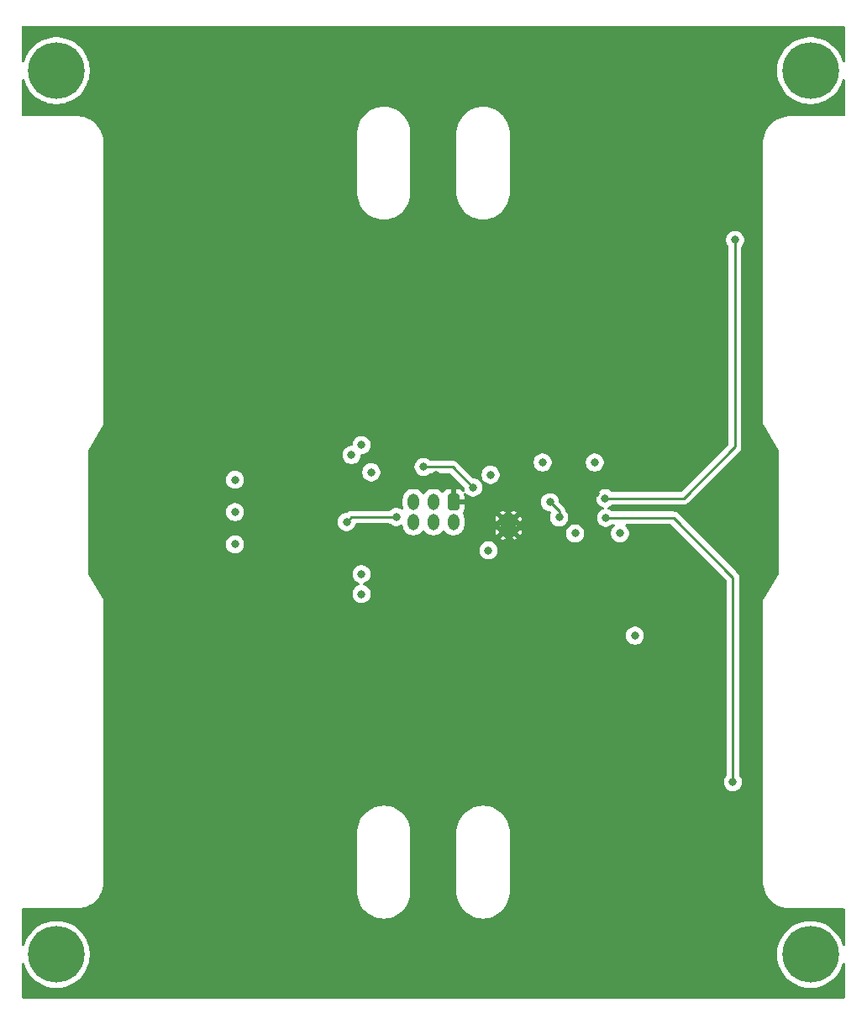
<source format=gbr>
%TF.GenerationSoftware,KiCad,Pcbnew,9.0.3*%
%TF.CreationDate,2025-07-30T14:55:58-07:00*%
%TF.ProjectId,xy_faces_v2a,78795f66-6163-4657-935f-7632612e6b69,3.0*%
%TF.SameCoordinates,Original*%
%TF.FileFunction,Copper,L4,Bot*%
%TF.FilePolarity,Positive*%
%FSLAX46Y46*%
G04 Gerber Fmt 4.6, Leading zero omitted, Abs format (unit mm)*
G04 Created by KiCad (PCBNEW 9.0.3) date 2025-07-30 14:55:58*
%MOMM*%
%LPD*%
G01*
G04 APERTURE LIST*
G04 Aperture macros list*
%AMRoundRect*
0 Rectangle with rounded corners*
0 $1 Rounding radius*
0 $2 $3 $4 $5 $6 $7 $8 $9 X,Y pos of 4 corners*
0 Add a 4 corners polygon primitive as box body*
4,1,4,$2,$3,$4,$5,$6,$7,$8,$9,$2,$3,0*
0 Add four circle primitives for the rounded corners*
1,1,$1+$1,$2,$3*
1,1,$1+$1,$4,$5*
1,1,$1+$1,$6,$7*
1,1,$1+$1,$8,$9*
0 Add four rect primitives between the rounded corners*
20,1,$1+$1,$2,$3,$4,$5,0*
20,1,$1+$1,$4,$5,$6,$7,0*
20,1,$1+$1,$6,$7,$8,$9,0*
20,1,$1+$1,$8,$9,$2,$3,0*%
G04 Aperture macros list end*
%TA.AperFunction,ComponentPad*%
%ADD10C,5.700000*%
%TD*%
%TA.AperFunction,HeatsinkPad*%
%ADD11C,0.500000*%
%TD*%
%TA.AperFunction,HeatsinkPad*%
%ADD12R,1.600000X1.800000*%
%TD*%
%TA.AperFunction,ComponentPad*%
%ADD13RoundRect,0.250000X0.350000X0.575000X-0.350000X0.575000X-0.350000X-0.575000X0.350000X-0.575000X0*%
%TD*%
%TA.AperFunction,ComponentPad*%
%ADD14O,1.200000X1.650000*%
%TD*%
%TA.AperFunction,ViaPad*%
%ADD15C,0.800000*%
%TD*%
%TA.AperFunction,Conductor*%
%ADD16C,0.500000*%
%TD*%
%TA.AperFunction,Conductor*%
%ADD17C,0.250000*%
%TD*%
G04 APERTURE END LIST*
D10*
%TO.P,J2,1,Pin_1*%
%TO.N,unconnected-(J2-Pin_1-Pad1)*%
X106500000Y-70300000D03*
%TD*%
%TO.P,J3,1,Pin_1*%
%TO.N,unconnected-(J3-Pin_1-Pad1)*%
X106500000Y-159300000D03*
%TD*%
%TO.P,J4,1,Pin_1*%
%TO.N,unconnected-(J4-Pin_1-Pad1)*%
X182500000Y-70300000D03*
%TD*%
%TO.P,J5,1,Pin_1*%
%TO.N,unconnected-(J5-Pin_1-Pad1)*%
X182500000Y-159300000D03*
%TD*%
D11*
%TO.P,U2,9,EP/GND*%
%TO.N,GND*%
X152600000Y-116750000D03*
X152600000Y-115450000D03*
D12*
X152050000Y-116100000D03*
D11*
X151500000Y-116750000D03*
X151500000Y-115450000D03*
%TD*%
D13*
%TO.P,CN1,1,Pin_1*%
%TO.N,GND*%
X146500001Y-113750001D03*
D14*
%TO.P,CN1,2,Pin_2*%
%TO.N,Net-(CN1-Pin_2)*%
X146500001Y-115750002D03*
%TO.P,CN1,3,Pin_3*%
%TO.N,VSOLAR*%
X144500000Y-113750001D03*
%TO.P,CN1,4,Pin_4*%
%TO.N,+3V3*%
X144500001Y-115750001D03*
%TO.P,CN1,5,Pin_5*%
%TO.N,VSOLAR*%
X142500001Y-113750001D03*
%TO.P,CN1,6,Pin_6*%
%TO.N,Net-(CN1-Pin_6)*%
X142500000Y-115750001D03*
%TD*%
D15*
%TO.N,GND*%
X153250000Y-111750000D03*
X169300000Y-159860000D03*
X160825000Y-112900000D03*
X157100000Y-110000000D03*
X152300000Y-117700000D03*
X144520000Y-159900000D03*
X119500000Y-159800000D03*
X167920000Y-159860000D03*
X144750000Y-111000000D03*
X142900000Y-159900000D03*
X154700000Y-120000000D03*
X166300000Y-159860000D03*
X145900000Y-159900000D03*
X135015253Y-113208948D03*
X121120000Y-159800000D03*
X124150000Y-116450000D03*
X122500000Y-159800000D03*
X160750000Y-114500000D03*
%TO.N,+3V3*%
X150250000Y-111000000D03*
X150050000Y-118605000D03*
X163300000Y-116900000D03*
X138227388Y-110744462D03*
X135750000Y-115750000D03*
X140750000Y-115250000D03*
X160750000Y-109750000D03*
X158775000Y-116900000D03*
X155500000Y-109750000D03*
%TO.N,VSOLAR*%
X124500000Y-114750000D03*
X124500000Y-111500000D03*
X124500000Y-118000000D03*
%TO.N,SDA*%
X157165885Y-115284647D03*
X156250000Y-113750000D03*
%TO.N,SCL*%
X148508348Y-112272245D03*
X143496487Y-110201487D03*
%TO.N,Net-(SC3--)*%
X137250000Y-123000000D03*
X136250000Y-109000000D03*
X137250000Y-108000000D03*
X137250000Y-121000000D03*
%TO.N,Net-(U3-OUT+)*%
X161890000Y-115330000D03*
X174680000Y-141950000D03*
X161820000Y-113350000D03*
X164800000Y-127190000D03*
X174900000Y-87350000D03*
%TD*%
D16*
%TO.N,GND*%
X134974201Y-113250000D02*
X135015253Y-113208948D01*
X146200000Y-119975000D02*
X151250000Y-119975000D01*
X151225000Y-119950000D02*
X151250000Y-119975000D01*
X134425000Y-116561338D02*
X134425000Y-114175000D01*
X137838662Y-119975000D02*
X134425000Y-116561338D01*
X154700000Y-119975000D02*
X154700000Y-120000000D01*
X146225000Y-119950000D02*
X146200000Y-119975000D01*
X134425000Y-114175000D02*
X134425000Y-113250000D01*
X134425000Y-113250000D02*
X134974201Y-113250000D01*
X154700000Y-119975000D02*
X151250000Y-119975000D01*
X146200000Y-119975000D02*
X137838662Y-119975000D01*
D17*
%TO.N,+3V3*%
X135750000Y-115750000D02*
X136250000Y-115250000D01*
X136250000Y-115250000D02*
X140750000Y-115250000D01*
%TO.N,SDA*%
X157165885Y-114665885D02*
X156250000Y-113750000D01*
X157165885Y-115284647D02*
X157165885Y-114665885D01*
%TO.N,SCL*%
X146437590Y-110201487D02*
X148508348Y-112272245D01*
X143496487Y-110201487D02*
X146437590Y-110201487D01*
%TO.N,Net-(U3-OUT+)*%
X161820000Y-113350000D02*
X169720000Y-113350000D01*
X169720000Y-113350000D02*
X174900000Y-108170000D01*
X174900000Y-108170000D02*
X174900000Y-87350000D01*
X174680000Y-121310000D02*
X174680000Y-141950000D01*
X168700000Y-115330000D02*
X174680000Y-121310000D01*
X161890000Y-115330000D02*
X168700000Y-115330000D01*
%TD*%
%TA.AperFunction,Conductor*%
%TO.N,GND*%
G36*
X185916621Y-65795502D02*
G01*
X185963114Y-65849158D01*
X185974500Y-65901500D01*
X185974500Y-69334791D01*
X185954498Y-69402912D01*
X185900842Y-69449405D01*
X185830568Y-69459509D01*
X185765988Y-69430015D01*
X185727926Y-69371367D01*
X185665996Y-69167213D01*
X185665989Y-69167192D01*
X185665989Y-69167191D01*
X185539709Y-68862325D01*
X185384155Y-68571304D01*
X185200825Y-68296931D01*
X185200824Y-68296929D01*
X184991498Y-68041864D01*
X184991472Y-68041835D01*
X184758164Y-67808527D01*
X184758135Y-67808501D01*
X184503070Y-67599175D01*
X184228698Y-67415846D01*
X183937675Y-67260291D01*
X183632807Y-67134010D01*
X183632804Y-67134009D01*
X183423791Y-67070606D01*
X183317033Y-67038221D01*
X183317030Y-67038220D01*
X183317019Y-67038217D01*
X183072371Y-66989555D01*
X182993389Y-66973845D01*
X182993385Y-66973844D01*
X182993384Y-66973844D01*
X182664999Y-66941500D01*
X182664993Y-66941500D01*
X182335007Y-66941500D01*
X182335000Y-66941500D01*
X182006616Y-66973844D01*
X181682980Y-67038217D01*
X181367195Y-67134009D01*
X181367192Y-67134010D01*
X181062324Y-67260291D01*
X180771301Y-67415846D01*
X180496929Y-67599175D01*
X180241864Y-67808501D01*
X180241835Y-67808527D01*
X180008527Y-68041835D01*
X180008501Y-68041864D01*
X179799175Y-68296929D01*
X179615846Y-68571301D01*
X179460291Y-68862324D01*
X179334010Y-69167192D01*
X179334009Y-69167195D01*
X179238217Y-69482980D01*
X179173844Y-69806616D01*
X179141500Y-70135000D01*
X179141500Y-70464999D01*
X179173844Y-70793383D01*
X179238217Y-71117019D01*
X179334009Y-71432804D01*
X179334010Y-71432807D01*
X179460291Y-71737675D01*
X179615846Y-72028698D01*
X179799175Y-72303070D01*
X180008501Y-72558135D01*
X180008527Y-72558164D01*
X180241835Y-72791472D01*
X180241844Y-72791480D01*
X180241849Y-72791485D01*
X180241854Y-72791489D01*
X180241864Y-72791498D01*
X180496929Y-73000824D01*
X180771301Y-73184153D01*
X180771304Y-73184155D01*
X181062325Y-73339709D01*
X181367191Y-73465989D01*
X181682967Y-73561779D01*
X181682976Y-73561780D01*
X181682980Y-73561782D01*
X181766358Y-73578366D01*
X182006611Y-73626155D01*
X182335007Y-73658500D01*
X182335016Y-73658500D01*
X182664984Y-73658500D01*
X182664993Y-73658500D01*
X182993389Y-73626155D01*
X183267565Y-73571618D01*
X183317019Y-73561782D01*
X183317021Y-73561781D01*
X183317033Y-73561779D01*
X183632809Y-73465989D01*
X183937675Y-73339709D01*
X184228696Y-73184155D01*
X184503069Y-73000825D01*
X184758151Y-72791485D01*
X184991485Y-72558151D01*
X185200825Y-72303069D01*
X185384155Y-72028696D01*
X185539709Y-71737675D01*
X185665989Y-71432809D01*
X185727926Y-71228630D01*
X185766841Y-71169251D01*
X185831682Y-71140335D01*
X185901863Y-71151066D01*
X185955102Y-71198036D01*
X185974500Y-71265208D01*
X185974500Y-74773500D01*
X185954498Y-74841621D01*
X185900842Y-74888114D01*
X185848500Y-74899500D01*
X180413112Y-74899500D01*
X180412427Y-74899498D01*
X180400600Y-74899433D01*
X180269453Y-74898720D01*
X180269452Y-74898720D01*
X180269447Y-74898720D01*
X180076259Y-74919477D01*
X179969787Y-74930918D01*
X179969783Y-74930918D01*
X179969781Y-74930919D01*
X179969775Y-74930920D01*
X179675661Y-74996622D01*
X179675645Y-74996626D01*
X179390770Y-75095007D01*
X179390758Y-75095012D01*
X179118766Y-75224817D01*
X178863092Y-75384407D01*
X178626999Y-75571746D01*
X178413483Y-75784456D01*
X178225255Y-76019835D01*
X178064696Y-76274911D01*
X177933861Y-76546415D01*
X177933859Y-76546422D01*
X177834402Y-76830918D01*
X177834397Y-76830932D01*
X177767583Y-77124802D01*
X177767582Y-77124809D01*
X177734250Y-77424355D01*
X177734475Y-77559392D01*
X177734500Y-77574446D01*
X177734500Y-105946971D01*
X177732735Y-105954293D01*
X177734500Y-105957179D01*
X177734500Y-105960564D01*
X177735738Y-105963554D01*
X177747635Y-105978659D01*
X178428181Y-107091500D01*
X179305993Y-108526915D01*
X179324500Y-108592650D01*
X179324500Y-120957348D01*
X179305993Y-121023084D01*
X177747632Y-123571344D01*
X177739823Y-123584113D01*
X177734500Y-123589438D01*
X177734500Y-123592819D01*
X177732734Y-123595707D01*
X177732230Y-123598906D01*
X177734500Y-123618003D01*
X177734500Y-151952482D01*
X177734225Y-152125650D01*
X177734225Y-152125652D01*
X177767574Y-152425179D01*
X177767575Y-152425187D01*
X177833273Y-152714067D01*
X177834410Y-152719067D01*
X177932134Y-152998571D01*
X177933886Y-153003580D01*
X178064724Y-153275068D01*
X178225285Y-153530133D01*
X178413508Y-153765503D01*
X178413514Y-153765510D01*
X178413515Y-153765511D01*
X178627031Y-153978221D01*
X178863120Y-154165562D01*
X179118786Y-154325154D01*
X179390783Y-154454971D01*
X179675656Y-154553366D01*
X179969791Y-154619090D01*
X180269452Y-154651307D01*
X180419585Y-154650502D01*
X180420261Y-154650500D01*
X185848500Y-154650500D01*
X185916621Y-154670502D01*
X185963114Y-154724158D01*
X185974500Y-154776500D01*
X185974500Y-158334791D01*
X185954498Y-158402912D01*
X185900842Y-158449405D01*
X185830568Y-158459509D01*
X185765988Y-158430015D01*
X185727926Y-158371367D01*
X185665996Y-158167213D01*
X185665989Y-158167192D01*
X185665989Y-158167191D01*
X185539709Y-157862325D01*
X185384155Y-157571304D01*
X185200825Y-157296931D01*
X185200824Y-157296929D01*
X184991498Y-157041864D01*
X184991472Y-157041835D01*
X184758164Y-156808527D01*
X184758135Y-156808501D01*
X184503070Y-156599175D01*
X184228698Y-156415846D01*
X183937675Y-156260291D01*
X183632807Y-156134010D01*
X183632804Y-156134009D01*
X183423791Y-156070606D01*
X183317033Y-156038221D01*
X183317030Y-156038220D01*
X183317019Y-156038217D01*
X183072371Y-155989555D01*
X182993389Y-155973845D01*
X182993385Y-155973844D01*
X182993384Y-155973844D01*
X182664999Y-155941500D01*
X182664993Y-155941500D01*
X182335007Y-155941500D01*
X182335000Y-155941500D01*
X182006616Y-155973844D01*
X181682980Y-156038217D01*
X181367195Y-156134009D01*
X181367192Y-156134010D01*
X181062324Y-156260291D01*
X180771301Y-156415846D01*
X180496929Y-156599175D01*
X180241864Y-156808501D01*
X180241835Y-156808527D01*
X180008527Y-157041835D01*
X180008501Y-157041864D01*
X179799175Y-157296929D01*
X179615846Y-157571301D01*
X179460291Y-157862324D01*
X179334010Y-158167192D01*
X179334009Y-158167195D01*
X179238217Y-158482980D01*
X179173844Y-158806616D01*
X179141500Y-159135000D01*
X179141500Y-159464999D01*
X179173844Y-159793383D01*
X179238217Y-160117019D01*
X179334009Y-160432804D01*
X179334010Y-160432807D01*
X179460291Y-160737675D01*
X179615846Y-161028698D01*
X179799175Y-161303070D01*
X180008501Y-161558135D01*
X180008527Y-161558164D01*
X180241835Y-161791472D01*
X180241844Y-161791480D01*
X180241849Y-161791485D01*
X180241854Y-161791489D01*
X180241864Y-161791498D01*
X180496929Y-162000824D01*
X180771301Y-162184153D01*
X180771304Y-162184155D01*
X181062325Y-162339709D01*
X181367191Y-162465989D01*
X181682967Y-162561779D01*
X181682976Y-162561780D01*
X181682980Y-162561782D01*
X181766358Y-162578366D01*
X182006611Y-162626155D01*
X182335007Y-162658500D01*
X182335016Y-162658500D01*
X182664984Y-162658500D01*
X182664993Y-162658500D01*
X182993389Y-162626155D01*
X183267565Y-162571618D01*
X183317019Y-162561782D01*
X183317021Y-162561781D01*
X183317033Y-162561779D01*
X183632809Y-162465989D01*
X183937675Y-162339709D01*
X184228696Y-162184155D01*
X184503069Y-162000825D01*
X184758151Y-161791485D01*
X184991485Y-161558151D01*
X185200825Y-161303069D01*
X185384155Y-161028696D01*
X185539709Y-160737675D01*
X185665989Y-160432809D01*
X185727926Y-160228630D01*
X185766841Y-160169251D01*
X185831682Y-160140335D01*
X185901863Y-160151066D01*
X185955102Y-160198036D01*
X185974500Y-160265208D01*
X185974500Y-163598500D01*
X185954498Y-163666621D01*
X185900842Y-163713114D01*
X185848500Y-163724500D01*
X103151500Y-163724500D01*
X103083379Y-163704498D01*
X103036886Y-163650842D01*
X103025500Y-163598500D01*
X103025500Y-160265208D01*
X103045502Y-160197087D01*
X103099158Y-160150594D01*
X103169432Y-160140490D01*
X103234012Y-160169984D01*
X103272073Y-160228630D01*
X103283170Y-160265208D01*
X103334009Y-160432804D01*
X103334010Y-160432807D01*
X103460291Y-160737675D01*
X103615846Y-161028698D01*
X103799175Y-161303070D01*
X104008501Y-161558135D01*
X104008527Y-161558164D01*
X104241835Y-161791472D01*
X104241844Y-161791480D01*
X104241849Y-161791485D01*
X104241854Y-161791489D01*
X104241864Y-161791498D01*
X104496929Y-162000824D01*
X104771301Y-162184153D01*
X104771304Y-162184155D01*
X105062325Y-162339709D01*
X105367191Y-162465989D01*
X105682967Y-162561779D01*
X105682976Y-162561780D01*
X105682980Y-162561782D01*
X105766358Y-162578366D01*
X106006611Y-162626155D01*
X106335007Y-162658500D01*
X106335016Y-162658500D01*
X106664984Y-162658500D01*
X106664993Y-162658500D01*
X106993389Y-162626155D01*
X107267565Y-162571618D01*
X107317019Y-162561782D01*
X107317021Y-162561781D01*
X107317033Y-162561779D01*
X107632809Y-162465989D01*
X107937675Y-162339709D01*
X108228696Y-162184155D01*
X108503069Y-162000825D01*
X108758151Y-161791485D01*
X108991485Y-161558151D01*
X109200825Y-161303069D01*
X109384155Y-161028696D01*
X109539709Y-160737675D01*
X109665989Y-160432809D01*
X109761779Y-160117033D01*
X109826155Y-159793389D01*
X109858500Y-159464993D01*
X109858500Y-159135007D01*
X109826155Y-158806611D01*
X109761779Y-158482967D01*
X109665989Y-158167191D01*
X109539709Y-157862325D01*
X109384155Y-157571304D01*
X109200825Y-157296931D01*
X109200824Y-157296929D01*
X108991498Y-157041864D01*
X108991472Y-157041835D01*
X108758164Y-156808527D01*
X108758135Y-156808501D01*
X108503070Y-156599175D01*
X108228698Y-156415846D01*
X107937675Y-156260291D01*
X107632807Y-156134010D01*
X107632804Y-156134009D01*
X107423791Y-156070606D01*
X107317033Y-156038221D01*
X107317030Y-156038220D01*
X107317019Y-156038217D01*
X107072371Y-155989555D01*
X106993389Y-155973845D01*
X106993385Y-155973844D01*
X106993384Y-155973844D01*
X106664999Y-155941500D01*
X106664993Y-155941500D01*
X106335007Y-155941500D01*
X106335000Y-155941500D01*
X106006616Y-155973844D01*
X105682980Y-156038217D01*
X105367195Y-156134009D01*
X105367192Y-156134010D01*
X105062324Y-156260291D01*
X104771301Y-156415846D01*
X104496929Y-156599175D01*
X104241864Y-156808501D01*
X104241835Y-156808527D01*
X104008527Y-157041835D01*
X104008501Y-157041864D01*
X103799175Y-157296929D01*
X103615846Y-157571301D01*
X103460291Y-157862324D01*
X103334010Y-158167192D01*
X103334003Y-158167213D01*
X103272074Y-158371367D01*
X103233159Y-158430748D01*
X103168318Y-158459664D01*
X103098137Y-158448933D01*
X103044898Y-158401963D01*
X103025500Y-158334791D01*
X103025500Y-154771500D01*
X103045502Y-154703379D01*
X103099158Y-154656886D01*
X103151500Y-154645500D01*
X108579855Y-154645500D01*
X108586765Y-154645500D01*
X108587445Y-154645502D01*
X108588434Y-154645507D01*
X108730547Y-154646275D01*
X109030208Y-154614068D01*
X109226298Y-154570257D01*
X109324340Y-154548353D01*
X109324343Y-154548352D01*
X109373203Y-154531477D01*
X109609218Y-154449964D01*
X109881216Y-154320151D01*
X110136883Y-154160562D01*
X110372972Y-153973224D01*
X110586488Y-153760514D01*
X110774717Y-153525134D01*
X110935271Y-153270073D01*
X111066112Y-152998568D01*
X111165577Y-152714067D01*
X111232403Y-152420182D01*
X111265744Y-152120645D01*
X111265500Y-151970567D01*
X111265500Y-146844167D01*
X136824500Y-146844167D01*
X136824500Y-153155832D01*
X136860681Y-153465378D01*
X136860682Y-153465384D01*
X136876028Y-153530133D01*
X136930629Y-153760513D01*
X136932557Y-153768645D01*
X136932558Y-153768650D01*
X137039146Y-154061497D01*
X137039151Y-154061509D01*
X137179024Y-154340021D01*
X137350279Y-154600400D01*
X137550610Y-154839147D01*
X137777310Y-155053028D01*
X137920893Y-155159921D01*
X138027297Y-155239136D01*
X138297203Y-155394966D01*
X138583374Y-155518408D01*
X138881942Y-155607793D01*
X139188867Y-155661913D01*
X139500000Y-155680034D01*
X139811133Y-155661913D01*
X140118058Y-155607793D01*
X140416626Y-155518408D01*
X140702797Y-155394966D01*
X140972703Y-155239136D01*
X141222693Y-155053025D01*
X141449386Y-154839151D01*
X141649717Y-154600405D01*
X141820978Y-154340017D01*
X141960850Y-154061507D01*
X142067444Y-153768642D01*
X142139318Y-153465383D01*
X142175500Y-153155830D01*
X142175500Y-153000000D01*
X142175500Y-152991715D01*
X142175500Y-146989438D01*
X142175500Y-146844170D01*
X142175500Y-146844167D01*
X146824500Y-146844167D01*
X146824500Y-153155832D01*
X146860681Y-153465378D01*
X146860682Y-153465384D01*
X146876028Y-153530133D01*
X146930629Y-153760513D01*
X146932557Y-153768645D01*
X146932558Y-153768650D01*
X147039146Y-154061497D01*
X147039151Y-154061509D01*
X147179024Y-154340021D01*
X147350279Y-154600400D01*
X147550610Y-154839147D01*
X147777310Y-155053028D01*
X147920893Y-155159921D01*
X148027297Y-155239136D01*
X148297203Y-155394966D01*
X148583374Y-155518408D01*
X148881942Y-155607793D01*
X149188867Y-155661913D01*
X149500000Y-155680034D01*
X149811133Y-155661913D01*
X150118058Y-155607793D01*
X150416626Y-155518408D01*
X150702797Y-155394966D01*
X150972703Y-155239136D01*
X151222693Y-155053025D01*
X151449386Y-154839151D01*
X151649717Y-154600405D01*
X151820978Y-154340017D01*
X151960850Y-154061507D01*
X152067444Y-153768642D01*
X152139318Y-153465383D01*
X152175500Y-153155830D01*
X152175500Y-153000000D01*
X152175500Y-152991715D01*
X152175500Y-146989438D01*
X152175500Y-146844170D01*
X152139318Y-146534617D01*
X152067444Y-146231358D01*
X151960850Y-145938493D01*
X151820978Y-145659983D01*
X151820975Y-145659978D01*
X151649720Y-145399599D01*
X151449389Y-145160852D01*
X151222689Y-144946971D01*
X150972718Y-144760875D01*
X150972715Y-144760873D01*
X150972703Y-144760864D01*
X150702797Y-144605034D01*
X150702798Y-144605034D01*
X150702794Y-144605032D01*
X150416633Y-144481595D01*
X150416632Y-144481594D01*
X150416626Y-144481592D01*
X150118058Y-144392207D01*
X150118059Y-144392207D01*
X150023309Y-144375500D01*
X149811133Y-144338087D01*
X149811129Y-144338086D01*
X149811125Y-144338086D01*
X149500000Y-144319966D01*
X149188877Y-144338086D01*
X149188871Y-144338086D01*
X148881941Y-144392207D01*
X148754360Y-144430402D01*
X148583374Y-144481592D01*
X148583372Y-144481593D01*
X148583366Y-144481595D01*
X148297205Y-144605032D01*
X148297200Y-144605035D01*
X148027308Y-144760857D01*
X148027281Y-144760875D01*
X147777310Y-144946971D01*
X147550610Y-145160852D01*
X147350279Y-145399599D01*
X147179024Y-145659978D01*
X147039151Y-145938490D01*
X147039146Y-145938502D01*
X146932558Y-146231349D01*
X146932557Y-146231354D01*
X146860682Y-146534615D01*
X146860681Y-146534621D01*
X146824500Y-146844167D01*
X142175500Y-146844167D01*
X142139318Y-146534617D01*
X142067444Y-146231358D01*
X141960850Y-145938493D01*
X141820978Y-145659983D01*
X141820975Y-145659978D01*
X141649720Y-145399599D01*
X141449389Y-145160852D01*
X141222689Y-144946971D01*
X140972718Y-144760875D01*
X140972715Y-144760873D01*
X140972703Y-144760864D01*
X140702797Y-144605034D01*
X140702798Y-144605034D01*
X140702794Y-144605032D01*
X140416633Y-144481595D01*
X140416632Y-144481594D01*
X140416626Y-144481592D01*
X140118058Y-144392207D01*
X140118059Y-144392207D01*
X140023309Y-144375500D01*
X139811133Y-144338087D01*
X139811129Y-144338086D01*
X139811125Y-144338086D01*
X139500000Y-144319966D01*
X139188877Y-144338086D01*
X139188871Y-144338086D01*
X138881941Y-144392207D01*
X138754360Y-144430402D01*
X138583374Y-144481592D01*
X138583372Y-144481593D01*
X138583366Y-144481595D01*
X138297205Y-144605032D01*
X138297200Y-144605035D01*
X138027308Y-144760857D01*
X138027281Y-144760875D01*
X137777310Y-144946971D01*
X137550610Y-145160852D01*
X137350279Y-145399599D01*
X137179024Y-145659978D01*
X137039151Y-145938490D01*
X137039146Y-145938502D01*
X136932558Y-146231349D01*
X136932557Y-146231354D01*
X136860682Y-146534615D01*
X136860681Y-146534621D01*
X136824500Y-146844167D01*
X111265500Y-146844167D01*
X111265500Y-127100518D01*
X163891500Y-127100518D01*
X163891500Y-127100521D01*
X163891500Y-127279479D01*
X163926413Y-127455000D01*
X163994898Y-127620336D01*
X164094322Y-127769135D01*
X164220865Y-127895678D01*
X164369664Y-127995102D01*
X164535000Y-128063587D01*
X164710521Y-128098500D01*
X164710522Y-128098500D01*
X164889478Y-128098500D01*
X164889479Y-128098500D01*
X165065000Y-128063587D01*
X165230336Y-127995102D01*
X165379135Y-127895678D01*
X165505678Y-127769135D01*
X165605102Y-127620336D01*
X165673587Y-127455000D01*
X165708500Y-127279479D01*
X165708500Y-127100521D01*
X165673587Y-126925000D01*
X165605102Y-126759664D01*
X165505678Y-126610865D01*
X165379135Y-126484322D01*
X165230336Y-126384898D01*
X165113429Y-126336473D01*
X165065003Y-126316414D01*
X165065001Y-126316413D01*
X165065000Y-126316413D01*
X164976645Y-126298838D01*
X164889481Y-126281500D01*
X164889479Y-126281500D01*
X164710521Y-126281500D01*
X164710518Y-126281500D01*
X164579771Y-126307507D01*
X164535000Y-126316413D01*
X164534999Y-126316413D01*
X164534996Y-126316414D01*
X164369662Y-126384899D01*
X164220869Y-126484319D01*
X164220862Y-126484324D01*
X164094324Y-126610862D01*
X164094319Y-126610869D01*
X163994899Y-126759662D01*
X163926414Y-126924996D01*
X163891500Y-127100518D01*
X111265500Y-127100518D01*
X111265500Y-123598028D01*
X111267265Y-123590707D01*
X111265500Y-123587820D01*
X111265500Y-123584438D01*
X111265500Y-123584437D01*
X111264260Y-123581444D01*
X111252363Y-123566339D01*
X109694007Y-121018084D01*
X109689306Y-121001386D01*
X109680604Y-120987846D01*
X109675500Y-120952348D01*
X109675500Y-120910518D01*
X136341500Y-120910518D01*
X136341500Y-121089481D01*
X136348608Y-121125215D01*
X136376413Y-121265000D01*
X136444898Y-121430336D01*
X136544322Y-121579135D01*
X136670865Y-121705678D01*
X136819664Y-121805102D01*
X136985000Y-121873587D01*
X136999251Y-121876421D01*
X137062159Y-121909329D01*
X137097291Y-121971024D01*
X137093491Y-122041919D01*
X137051965Y-122099505D01*
X136999251Y-122123578D01*
X136985000Y-122126413D01*
X136984998Y-122126413D01*
X136984997Y-122126414D01*
X136819662Y-122194899D01*
X136670869Y-122294319D01*
X136670862Y-122294324D01*
X136544324Y-122420862D01*
X136544319Y-122420869D01*
X136444899Y-122569662D01*
X136376414Y-122734996D01*
X136341500Y-122910518D01*
X136341500Y-122910521D01*
X136341500Y-123089479D01*
X136376413Y-123265000D01*
X136444898Y-123430336D01*
X136544322Y-123579135D01*
X136670865Y-123705678D01*
X136819664Y-123805102D01*
X136985000Y-123873587D01*
X137160521Y-123908500D01*
X137160522Y-123908500D01*
X137339478Y-123908500D01*
X137339479Y-123908500D01*
X137515000Y-123873587D01*
X137680336Y-123805102D01*
X137829135Y-123705678D01*
X137955678Y-123579135D01*
X138055102Y-123430336D01*
X138123587Y-123265000D01*
X138158500Y-123089479D01*
X138158500Y-122910521D01*
X138123587Y-122735000D01*
X138055102Y-122569664D01*
X137955678Y-122420865D01*
X137829135Y-122294322D01*
X137680336Y-122194898D01*
X137611853Y-122166531D01*
X137515002Y-122126413D01*
X137508521Y-122125124D01*
X137500748Y-122123578D01*
X137437840Y-122090672D01*
X137402708Y-122028977D01*
X137406508Y-121958082D01*
X137448033Y-121900496D01*
X137500748Y-121876421D01*
X137515000Y-121873587D01*
X137680336Y-121805102D01*
X137829135Y-121705678D01*
X137955678Y-121579135D01*
X138055102Y-121430336D01*
X138123587Y-121265000D01*
X138158500Y-121089479D01*
X138158500Y-120910521D01*
X138123587Y-120735000D01*
X138055102Y-120569664D01*
X137955678Y-120420865D01*
X137829135Y-120294322D01*
X137680336Y-120194898D01*
X137563429Y-120146473D01*
X137515003Y-120126414D01*
X137515001Y-120126413D01*
X137515000Y-120126413D01*
X137426645Y-120108838D01*
X137339481Y-120091500D01*
X137339479Y-120091500D01*
X137160521Y-120091500D01*
X137160518Y-120091500D01*
X137029771Y-120117507D01*
X136985000Y-120126413D01*
X136984999Y-120126413D01*
X136984996Y-120126414D01*
X136819662Y-120194899D01*
X136670869Y-120294319D01*
X136670862Y-120294324D01*
X136544324Y-120420862D01*
X136544319Y-120420869D01*
X136444899Y-120569662D01*
X136376414Y-120734996D01*
X136341500Y-120910518D01*
X109675500Y-120910518D01*
X109675500Y-117910518D01*
X123591500Y-117910518D01*
X123591500Y-117910521D01*
X123591500Y-118089479D01*
X123626413Y-118265000D01*
X123694898Y-118430336D01*
X123794322Y-118579135D01*
X123920865Y-118705678D01*
X124069664Y-118805102D01*
X124235000Y-118873587D01*
X124410521Y-118908500D01*
X124410522Y-118908500D01*
X124589478Y-118908500D01*
X124589479Y-118908500D01*
X124765000Y-118873587D01*
X124930336Y-118805102D01*
X125079135Y-118705678D01*
X125205678Y-118579135D01*
X125248185Y-118515518D01*
X149141500Y-118515518D01*
X149141500Y-118694481D01*
X149143728Y-118705680D01*
X149176413Y-118870000D01*
X149244898Y-119035336D01*
X149344322Y-119184135D01*
X149470865Y-119310678D01*
X149619664Y-119410102D01*
X149785000Y-119478587D01*
X149960521Y-119513500D01*
X149960522Y-119513500D01*
X150139478Y-119513500D01*
X150139479Y-119513500D01*
X150315000Y-119478587D01*
X150480336Y-119410102D01*
X150629135Y-119310678D01*
X150755678Y-119184135D01*
X150855102Y-119035336D01*
X150923587Y-118870000D01*
X150958500Y-118694479D01*
X150958500Y-118515521D01*
X150923587Y-118340000D01*
X150855102Y-118174664D01*
X150755678Y-118025865D01*
X150629135Y-117899322D01*
X150480336Y-117799898D01*
X150323660Y-117735000D01*
X150315003Y-117731414D01*
X150315001Y-117731413D01*
X150315000Y-117731413D01*
X150226645Y-117713838D01*
X150139481Y-117696500D01*
X150139479Y-117696500D01*
X149960521Y-117696500D01*
X149960518Y-117696500D01*
X149829771Y-117722507D01*
X149785000Y-117731413D01*
X149784999Y-117731413D01*
X149784996Y-117731414D01*
X149619662Y-117799899D01*
X149470869Y-117899319D01*
X149470862Y-117899324D01*
X149344324Y-118025862D01*
X149344319Y-118025869D01*
X149244899Y-118174662D01*
X149176414Y-118339996D01*
X149141500Y-118515518D01*
X125248185Y-118515518D01*
X125305102Y-118430336D01*
X125373587Y-118265000D01*
X125408500Y-118089479D01*
X125408500Y-117910521D01*
X125373587Y-117735000D01*
X125305102Y-117569664D01*
X125214254Y-117433700D01*
X151169852Y-117433700D01*
X151278901Y-117478870D01*
X151278900Y-117478870D01*
X151425340Y-117507999D01*
X151425344Y-117508000D01*
X151574656Y-117508000D01*
X151574662Y-117507999D01*
X151721098Y-117478871D01*
X151721101Y-117478870D01*
X151830147Y-117433700D01*
X152269852Y-117433700D01*
X152378901Y-117478870D01*
X152378900Y-117478870D01*
X152525340Y-117507999D01*
X152525344Y-117508000D01*
X152674656Y-117508000D01*
X152674662Y-117507999D01*
X152821098Y-117478871D01*
X152821101Y-117478870D01*
X152930147Y-117433700D01*
X152600001Y-117103554D01*
X152600000Y-117103554D01*
X152269852Y-117433700D01*
X151830147Y-117433700D01*
X151500001Y-117103554D01*
X151500000Y-117103554D01*
X151169852Y-117433700D01*
X125214254Y-117433700D01*
X125205678Y-117420865D01*
X125079135Y-117294322D01*
X124930336Y-117194898D01*
X124813429Y-117146473D01*
X124765003Y-117126414D01*
X124765001Y-117126413D01*
X124765000Y-117126413D01*
X124676645Y-117108838D01*
X124589481Y-117091500D01*
X124589479Y-117091500D01*
X124410521Y-117091500D01*
X124410518Y-117091500D01*
X124279771Y-117117507D01*
X124235000Y-117126413D01*
X124234999Y-117126413D01*
X124234996Y-117126414D01*
X124069662Y-117194899D01*
X123920869Y-117294319D01*
X123920862Y-117294324D01*
X123794324Y-117420862D01*
X123794319Y-117420869D01*
X123694899Y-117569662D01*
X123626414Y-117734996D01*
X123591500Y-117910518D01*
X109675500Y-117910518D01*
X109675500Y-115660518D01*
X134841500Y-115660518D01*
X134841500Y-115839481D01*
X134850256Y-115883500D01*
X134871505Y-115990327D01*
X134876414Y-116015003D01*
X134893024Y-116055102D01*
X134944898Y-116180336D01*
X135044322Y-116329135D01*
X135170865Y-116455678D01*
X135319664Y-116555102D01*
X135485000Y-116623587D01*
X135660521Y-116658500D01*
X135660522Y-116658500D01*
X135839478Y-116658500D01*
X135839479Y-116658500D01*
X136015000Y-116623587D01*
X136180336Y-116555102D01*
X136329135Y-116455678D01*
X136455678Y-116329135D01*
X136555102Y-116180336D01*
X136623587Y-116015000D01*
X136629570Y-115984919D01*
X136662477Y-115922010D01*
X136724172Y-115886877D01*
X136753149Y-115883500D01*
X140046497Y-115883500D01*
X140114618Y-115903502D01*
X140135592Y-115920405D01*
X140170865Y-115955678D01*
X140319664Y-116055102D01*
X140485000Y-116123587D01*
X140660521Y-116158500D01*
X140660522Y-116158500D01*
X140839478Y-116158500D01*
X140839479Y-116158500D01*
X141015000Y-116123587D01*
X141180336Y-116055102D01*
X141206610Y-116037545D01*
X141274360Y-116016331D01*
X141342827Y-116035113D01*
X141390271Y-116087929D01*
X141401059Y-116122598D01*
X141418795Y-116234575D01*
X141418796Y-116234578D01*
X141449519Y-116329137D01*
X141472712Y-116400517D01*
X141551926Y-116555982D01*
X141654483Y-116697140D01*
X141654484Y-116697141D01*
X141654485Y-116697142D01*
X141654487Y-116697145D01*
X141777855Y-116820513D01*
X141777858Y-116820515D01*
X141777861Y-116820518D01*
X141919019Y-116923075D01*
X142074484Y-117002289D01*
X142240426Y-117056206D01*
X142412759Y-117083501D01*
X142412762Y-117083501D01*
X142587238Y-117083501D01*
X142587241Y-117083501D01*
X142759574Y-117056206D01*
X142925516Y-117002289D01*
X143080981Y-116923075D01*
X143222139Y-116820518D01*
X143345517Y-116697140D01*
X143398065Y-116624813D01*
X143454286Y-116581460D01*
X143525022Y-116575384D01*
X143587814Y-116608516D01*
X143601936Y-116624814D01*
X143654485Y-116697142D01*
X143777856Y-116820513D01*
X143777859Y-116820515D01*
X143777862Y-116820518D01*
X143919020Y-116923075D01*
X144074485Y-117002289D01*
X144240427Y-117056206D01*
X144412760Y-117083501D01*
X144412763Y-117083501D01*
X144587239Y-117083501D01*
X144587242Y-117083501D01*
X144759575Y-117056206D01*
X144925517Y-117002289D01*
X145080982Y-116923075D01*
X145222140Y-116820518D01*
X145345518Y-116697140D01*
X145398065Y-116624813D01*
X145454285Y-116581462D01*
X145525021Y-116575385D01*
X145587813Y-116608517D01*
X145601936Y-116624815D01*
X145654485Y-116697143D01*
X145777856Y-116820514D01*
X145777859Y-116820516D01*
X145777862Y-116820519D01*
X145919020Y-116923076D01*
X146074485Y-117002290D01*
X146240427Y-117056207D01*
X146412760Y-117083502D01*
X146412763Y-117083502D01*
X146587239Y-117083502D01*
X146587242Y-117083502D01*
X146759575Y-117056207D01*
X146925517Y-117002290D01*
X147080982Y-116923076D01*
X147222140Y-116820519D01*
X147345518Y-116697141D01*
X147361357Y-116675340D01*
X150742000Y-116675340D01*
X150742000Y-116824659D01*
X150771131Y-116971108D01*
X150816297Y-117080146D01*
X150816298Y-117080147D01*
X151146446Y-116749999D01*
X151126556Y-116730109D01*
X151400000Y-116730109D01*
X151400000Y-116769891D01*
X151415224Y-116806645D01*
X151443355Y-116834776D01*
X151480109Y-116850000D01*
X151519891Y-116850000D01*
X151556645Y-116834776D01*
X151584776Y-116806645D01*
X151600000Y-116769891D01*
X151600000Y-116749999D01*
X151853554Y-116749999D01*
X151853554Y-116750001D01*
X152049999Y-116946446D01*
X152050001Y-116946446D01*
X152246446Y-116750001D01*
X152246446Y-116749999D01*
X152226556Y-116730109D01*
X152500000Y-116730109D01*
X152500000Y-116769891D01*
X152515224Y-116806645D01*
X152543355Y-116834776D01*
X152580109Y-116850000D01*
X152619891Y-116850000D01*
X152656645Y-116834776D01*
X152684776Y-116806645D01*
X152700000Y-116769891D01*
X152700000Y-116749999D01*
X152953554Y-116749999D01*
X152953554Y-116750001D01*
X153283700Y-117080147D01*
X153328870Y-116971101D01*
X153328871Y-116971098D01*
X153357999Y-116824662D01*
X153358000Y-116824655D01*
X153358000Y-116810518D01*
X157866500Y-116810518D01*
X157866500Y-116989481D01*
X157879773Y-117056206D01*
X157901413Y-117165000D01*
X157969898Y-117330336D01*
X158069322Y-117479135D01*
X158195865Y-117605678D01*
X158344664Y-117705102D01*
X158510000Y-117773587D01*
X158685521Y-117808500D01*
X158685522Y-117808500D01*
X158864478Y-117808500D01*
X158864479Y-117808500D01*
X159040000Y-117773587D01*
X159205336Y-117705102D01*
X159354135Y-117605678D01*
X159480678Y-117479135D01*
X159580102Y-117330336D01*
X159648587Y-117165000D01*
X159683500Y-116989479D01*
X159683500Y-116810521D01*
X159648587Y-116635000D01*
X159580102Y-116469664D01*
X159480678Y-116320865D01*
X159354135Y-116194322D01*
X159205336Y-116094898D01*
X159065941Y-116037158D01*
X159040003Y-116026414D01*
X159040001Y-116026413D01*
X159040000Y-116026413D01*
X158933857Y-116005300D01*
X158864481Y-115991500D01*
X158864479Y-115991500D01*
X158685521Y-115991500D01*
X158685518Y-115991500D01*
X158567367Y-116015002D01*
X158510000Y-116026413D01*
X158509999Y-116026413D01*
X158509996Y-116026414D01*
X158344662Y-116094899D01*
X158195869Y-116194319D01*
X158195862Y-116194324D01*
X158069324Y-116320862D01*
X158069319Y-116320869D01*
X157969899Y-116469662D01*
X157901414Y-116634996D01*
X157866500Y-116810518D01*
X153358000Y-116810518D01*
X153358000Y-116675344D01*
X153357999Y-116675340D01*
X153328870Y-116528900D01*
X153283700Y-116419852D01*
X152953554Y-116749999D01*
X152700000Y-116749999D01*
X152700000Y-116730109D01*
X152684776Y-116693355D01*
X152656645Y-116665224D01*
X152619891Y-116650000D01*
X152580109Y-116650000D01*
X152543355Y-116665224D01*
X152515224Y-116693355D01*
X152500000Y-116730109D01*
X152226556Y-116730109D01*
X152050001Y-116553554D01*
X152049999Y-116553554D01*
X151853554Y-116749999D01*
X151600000Y-116749999D01*
X151600000Y-116730109D01*
X151584776Y-116693355D01*
X151556645Y-116665224D01*
X151519891Y-116650000D01*
X151480109Y-116650000D01*
X151443355Y-116665224D01*
X151415224Y-116693355D01*
X151400000Y-116730109D01*
X151126556Y-116730109D01*
X150816298Y-116419851D01*
X150816297Y-116419851D01*
X150771131Y-116528893D01*
X150771129Y-116528898D01*
X150742000Y-116675340D01*
X147361357Y-116675340D01*
X147448075Y-116555983D01*
X147527289Y-116400518D01*
X147581206Y-116234576D01*
X147602521Y-116099999D01*
X151203554Y-116099999D01*
X151203554Y-116100001D01*
X151499999Y-116396446D01*
X151500001Y-116396446D01*
X151796446Y-116100001D01*
X151796446Y-116099999D01*
X152303554Y-116099999D01*
X152303554Y-116100001D01*
X152599999Y-116396446D01*
X152600001Y-116396446D01*
X152896446Y-116100001D01*
X152896446Y-116099999D01*
X152600001Y-115803554D01*
X152599999Y-115803554D01*
X152303554Y-116099999D01*
X151796446Y-116099999D01*
X151500001Y-115803554D01*
X151499999Y-115803554D01*
X151203554Y-116099999D01*
X147602521Y-116099999D01*
X147608501Y-116062243D01*
X147608501Y-115437761D01*
X147598614Y-115375340D01*
X150742000Y-115375340D01*
X150742000Y-115524659D01*
X150771131Y-115671108D01*
X150816297Y-115780146D01*
X150816298Y-115780147D01*
X151146446Y-115449999D01*
X151126556Y-115430109D01*
X151400000Y-115430109D01*
X151400000Y-115469891D01*
X151415224Y-115506645D01*
X151443355Y-115534776D01*
X151480109Y-115550000D01*
X151519891Y-115550000D01*
X151556645Y-115534776D01*
X151584776Y-115506645D01*
X151600000Y-115469891D01*
X151600000Y-115449999D01*
X151853554Y-115449999D01*
X151853554Y-115450001D01*
X152049999Y-115646446D01*
X152050001Y-115646446D01*
X152246446Y-115450001D01*
X152246446Y-115449999D01*
X152226556Y-115430109D01*
X152500000Y-115430109D01*
X152500000Y-115469891D01*
X152515224Y-115506645D01*
X152543355Y-115534776D01*
X152580109Y-115550000D01*
X152619891Y-115550000D01*
X152656645Y-115534776D01*
X152684776Y-115506645D01*
X152700000Y-115469891D01*
X152700000Y-115449999D01*
X152953554Y-115449999D01*
X152953554Y-115450001D01*
X153283700Y-115780147D01*
X153328870Y-115671101D01*
X153328871Y-115671098D01*
X153357999Y-115524662D01*
X153358000Y-115524655D01*
X153358000Y-115375344D01*
X153357999Y-115375340D01*
X153328870Y-115228900D01*
X153283700Y-115119852D01*
X152953554Y-115449999D01*
X152700000Y-115449999D01*
X152700000Y-115430109D01*
X152684776Y-115393355D01*
X152656645Y-115365224D01*
X152619891Y-115350000D01*
X152580109Y-115350000D01*
X152543355Y-115365224D01*
X152515224Y-115393355D01*
X152500000Y-115430109D01*
X152226556Y-115430109D01*
X152050001Y-115253554D01*
X152049999Y-115253554D01*
X151853554Y-115449999D01*
X151600000Y-115449999D01*
X151600000Y-115430109D01*
X151584776Y-115393355D01*
X151556645Y-115365224D01*
X151519891Y-115350000D01*
X151480109Y-115350000D01*
X151443355Y-115365224D01*
X151415224Y-115393355D01*
X151400000Y-115430109D01*
X151126556Y-115430109D01*
X150816298Y-115119851D01*
X150816297Y-115119851D01*
X150771131Y-115228893D01*
X150771129Y-115228898D01*
X150742000Y-115375340D01*
X147598614Y-115375340D01*
X147581206Y-115265428D01*
X147527289Y-115099486D01*
X147448075Y-114944021D01*
X147448071Y-114944016D01*
X147448070Y-114944013D01*
X147445487Y-114939797D01*
X147446901Y-114938930D01*
X147442408Y-114926345D01*
X147430978Y-114909192D01*
X147430718Y-114893592D01*
X147425473Y-114878896D01*
X147430140Y-114858814D01*
X147429798Y-114838205D01*
X147439272Y-114819522D01*
X147441546Y-114809743D01*
X147444151Y-114805340D01*
X147468335Y-114766297D01*
X151169851Y-114766297D01*
X151169851Y-114766298D01*
X151499999Y-115096446D01*
X151500000Y-115096446D01*
X151830147Y-114766298D01*
X151830146Y-114766297D01*
X152269851Y-114766297D01*
X152269851Y-114766298D01*
X152599999Y-115096446D01*
X152600000Y-115096446D01*
X152930147Y-114766298D01*
X152930146Y-114766297D01*
X152821108Y-114721131D01*
X152674659Y-114692000D01*
X152525340Y-114692000D01*
X152378898Y-114721129D01*
X152378893Y-114721131D01*
X152269851Y-114766297D01*
X151830146Y-114766297D01*
X151721108Y-114721131D01*
X151574659Y-114692000D01*
X151425340Y-114692000D01*
X151278898Y-114721129D01*
X151278893Y-114721131D01*
X151169851Y-114766297D01*
X147468335Y-114766297D01*
X147483743Y-114741422D01*
X147541658Y-114647526D01*
X147597394Y-114479322D01*
X147597395Y-114479319D01*
X147608000Y-114375517D01*
X147608001Y-114375517D01*
X147608001Y-114004001D01*
X146844101Y-114004001D01*
X146896038Y-113914045D01*
X146925001Y-113805953D01*
X146925001Y-113694049D01*
X146916016Y-113660518D01*
X155341500Y-113660518D01*
X155341500Y-113839481D01*
X155348847Y-113876414D01*
X155374225Y-114004001D01*
X155376414Y-114015003D01*
X155393263Y-114055680D01*
X155444898Y-114180336D01*
X155544322Y-114329135D01*
X155670865Y-114455678D01*
X155819664Y-114555102D01*
X155985000Y-114623587D01*
X156160521Y-114658500D01*
X156210406Y-114658500D01*
X156240321Y-114667283D01*
X156270791Y-114673912D01*
X156275886Y-114677726D01*
X156278527Y-114678502D01*
X156299501Y-114695405D01*
X156329844Y-114725748D01*
X156363870Y-114788060D01*
X156358805Y-114858875D01*
X156357158Y-114863061D01*
X156292299Y-115019641D01*
X156257385Y-115195165D01*
X156257385Y-115374128D01*
X156270043Y-115437761D01*
X156287328Y-115524662D01*
X156292299Y-115549650D01*
X156311084Y-115595000D01*
X156360783Y-115714983D01*
X156460207Y-115863782D01*
X156586750Y-115990325D01*
X156735549Y-116089749D01*
X156900885Y-116158234D01*
X157076406Y-116193147D01*
X157076407Y-116193147D01*
X157255363Y-116193147D01*
X157255364Y-116193147D01*
X157430885Y-116158234D01*
X157596221Y-116089749D01*
X157745020Y-115990325D01*
X157871563Y-115863782D01*
X157970987Y-115714983D01*
X158039472Y-115549647D01*
X158074385Y-115374126D01*
X158074385Y-115195168D01*
X158039472Y-115019647D01*
X157970987Y-114854311D01*
X157871563Y-114705512D01*
X157833823Y-114667772D01*
X157799797Y-114605460D01*
X157799339Y-114603259D01*
X157794101Y-114576928D01*
X157775040Y-114481100D01*
X157727285Y-114365810D01*
X157657956Y-114262052D01*
X157569718Y-114173814D01*
X157195405Y-113799501D01*
X157161379Y-113737189D01*
X157158500Y-113710406D01*
X157158500Y-113660522D01*
X157158499Y-113660518D01*
X157123587Y-113485000D01*
X157055102Y-113319664D01*
X157055101Y-113319662D01*
X157055100Y-113319660D01*
X157015582Y-113260518D01*
X160911500Y-113260518D01*
X160911500Y-113439481D01*
X160921359Y-113489045D01*
X160946413Y-113615000D01*
X161014898Y-113780336D01*
X161114322Y-113929135D01*
X161240865Y-114055678D01*
X161389664Y-114155102D01*
X161555000Y-114223587D01*
X161574640Y-114227493D01*
X161637549Y-114260400D01*
X161672682Y-114322094D01*
X161668882Y-114392989D01*
X161627357Y-114450576D01*
X161598278Y-114467480D01*
X161459669Y-114524895D01*
X161459664Y-114524897D01*
X161310869Y-114624319D01*
X161310862Y-114624324D01*
X161184324Y-114750862D01*
X161184319Y-114750869D01*
X161084899Y-114899662D01*
X161016414Y-115064996D01*
X160981500Y-115240518D01*
X160981500Y-115419481D01*
X160987571Y-115450001D01*
X161016413Y-115595000D01*
X161084898Y-115760336D01*
X161184322Y-115909135D01*
X161310865Y-116035678D01*
X161459664Y-116135102D01*
X161625000Y-116203587D01*
X161800521Y-116238500D01*
X161800522Y-116238500D01*
X161979478Y-116238500D01*
X161979479Y-116238500D01*
X162155000Y-116203587D01*
X162320336Y-116135102D01*
X162469135Y-116035678D01*
X162504408Y-116000405D01*
X162531776Y-115985460D01*
X162558005Y-115968604D01*
X162564303Y-115967698D01*
X162566720Y-115966379D01*
X162593503Y-115963500D01*
X162650948Y-115963500D01*
X162719069Y-115983502D01*
X162765562Y-116037158D01*
X162775666Y-116107432D01*
X162746172Y-116172012D01*
X162725523Y-116190230D01*
X162725655Y-116190391D01*
X162721147Y-116194090D01*
X162720951Y-116194264D01*
X162720871Y-116194316D01*
X162720862Y-116194324D01*
X162594324Y-116320862D01*
X162594319Y-116320869D01*
X162494899Y-116469662D01*
X162426414Y-116634996D01*
X162391500Y-116810518D01*
X162391500Y-116989481D01*
X162404773Y-117056206D01*
X162426413Y-117165000D01*
X162494898Y-117330336D01*
X162594322Y-117479135D01*
X162720865Y-117605678D01*
X162869664Y-117705102D01*
X163035000Y-117773587D01*
X163210521Y-117808500D01*
X163210522Y-117808500D01*
X163389478Y-117808500D01*
X163389479Y-117808500D01*
X163565000Y-117773587D01*
X163730336Y-117705102D01*
X163879135Y-117605678D01*
X164005678Y-117479135D01*
X164105102Y-117330336D01*
X164173587Y-117165000D01*
X164208500Y-116989479D01*
X164208500Y-116810521D01*
X164173587Y-116635000D01*
X164105102Y-116469664D01*
X164005678Y-116320865D01*
X163879135Y-116194322D01*
X163879131Y-116194319D01*
X163879128Y-116194316D01*
X163879049Y-116194264D01*
X163879016Y-116194225D01*
X163874345Y-116190391D01*
X163875072Y-116189505D01*
X163833522Y-116139787D01*
X163824675Y-116069344D01*
X163855316Y-116005300D01*
X163915719Y-115967989D01*
X163949052Y-115963500D01*
X168385406Y-115963500D01*
X168453527Y-115983502D01*
X168474501Y-116000405D01*
X174009595Y-121535499D01*
X174043621Y-121597811D01*
X174046500Y-121624594D01*
X174046500Y-141246497D01*
X174026498Y-141314618D01*
X174009595Y-141335592D01*
X173974324Y-141370862D01*
X173974319Y-141370869D01*
X173874899Y-141519662D01*
X173806414Y-141684996D01*
X173771500Y-141860518D01*
X173771500Y-141860521D01*
X173771500Y-142039479D01*
X173806413Y-142215000D01*
X173874898Y-142380336D01*
X173974322Y-142529135D01*
X174100865Y-142655678D01*
X174249664Y-142755102D01*
X174415000Y-142823587D01*
X174590521Y-142858500D01*
X174590522Y-142858500D01*
X174769478Y-142858500D01*
X174769479Y-142858500D01*
X174945000Y-142823587D01*
X175110336Y-142755102D01*
X175259135Y-142655678D01*
X175385678Y-142529135D01*
X175485102Y-142380336D01*
X175553587Y-142215000D01*
X175588500Y-142039479D01*
X175588500Y-141860521D01*
X175553587Y-141685000D01*
X175485102Y-141519664D01*
X175385678Y-141370865D01*
X175350405Y-141335592D01*
X175316379Y-141273280D01*
X175313500Y-141246497D01*
X175313500Y-121247607D01*
X175313499Y-121247603D01*
X175289155Y-121125215D01*
X175241400Y-121009925D01*
X175172071Y-120906167D01*
X175083833Y-120817929D01*
X169103833Y-114837929D01*
X169000075Y-114768600D01*
X168884785Y-114720845D01*
X168807701Y-114705512D01*
X168762396Y-114696500D01*
X168762394Y-114696500D01*
X162593503Y-114696500D01*
X162525382Y-114676498D01*
X162504408Y-114659595D01*
X162469137Y-114624324D01*
X162469135Y-114624322D01*
X162320336Y-114524898D01*
X162224005Y-114484996D01*
X162154999Y-114456412D01*
X162135356Y-114452505D01*
X162072447Y-114419597D01*
X162037317Y-114357901D01*
X162041118Y-114287006D01*
X162082645Y-114229421D01*
X162111720Y-114212519D01*
X162250336Y-114155102D01*
X162399135Y-114055678D01*
X162434408Y-114020405D01*
X162496720Y-113986379D01*
X162523503Y-113983500D01*
X169782393Y-113983500D01*
X169782394Y-113983500D01*
X169904785Y-113959155D01*
X170020075Y-113911400D01*
X170123833Y-113842071D01*
X175392071Y-108573833D01*
X175461400Y-108470075D01*
X175509155Y-108354785D01*
X175533500Y-108232394D01*
X175533500Y-108107606D01*
X175533500Y-88053503D01*
X175553502Y-87985382D01*
X175570405Y-87964408D01*
X175605678Y-87929135D01*
X175705102Y-87780336D01*
X175773587Y-87615000D01*
X175808500Y-87439479D01*
X175808500Y-87260521D01*
X175773587Y-87085000D01*
X175705102Y-86919664D01*
X175605678Y-86770865D01*
X175479135Y-86644322D01*
X175330336Y-86544898D01*
X175213429Y-86496473D01*
X175165003Y-86476414D01*
X175165001Y-86476413D01*
X175165000Y-86476413D01*
X175076645Y-86458838D01*
X174989481Y-86441500D01*
X174989479Y-86441500D01*
X174810521Y-86441500D01*
X174810518Y-86441500D01*
X174679771Y-86467507D01*
X174635000Y-86476413D01*
X174634999Y-86476413D01*
X174634996Y-86476414D01*
X174469662Y-86544899D01*
X174320869Y-86644319D01*
X174320862Y-86644324D01*
X174194324Y-86770862D01*
X174194319Y-86770869D01*
X174094899Y-86919662D01*
X174026414Y-87084996D01*
X173991500Y-87260518D01*
X173991500Y-87260521D01*
X173991500Y-87439479D01*
X174026413Y-87615000D01*
X174094898Y-87780336D01*
X174194322Y-87929135D01*
X174194324Y-87929137D01*
X174229595Y-87964408D01*
X174263621Y-88026720D01*
X174266500Y-88053503D01*
X174266500Y-107855406D01*
X174246498Y-107923527D01*
X174229595Y-107944501D01*
X169494501Y-112679595D01*
X169432189Y-112713621D01*
X169405406Y-112716500D01*
X162523503Y-112716500D01*
X162455382Y-112696498D01*
X162434408Y-112679595D01*
X162399137Y-112644324D01*
X162399135Y-112644322D01*
X162250336Y-112544898D01*
X162133429Y-112496473D01*
X162085003Y-112476414D01*
X162085001Y-112476413D01*
X162085000Y-112476413D01*
X161996645Y-112458838D01*
X161909481Y-112441500D01*
X161909479Y-112441500D01*
X161730521Y-112441500D01*
X161730518Y-112441500D01*
X161599771Y-112467507D01*
X161555000Y-112476413D01*
X161554999Y-112476413D01*
X161554996Y-112476414D01*
X161389662Y-112544899D01*
X161240869Y-112644319D01*
X161240862Y-112644324D01*
X161114324Y-112770862D01*
X161114319Y-112770869D01*
X161014899Y-112919662D01*
X160946414Y-113084996D01*
X160911500Y-113260518D01*
X157015582Y-113260518D01*
X157005390Y-113245264D01*
X156955678Y-113170865D01*
X156829135Y-113044322D01*
X156680336Y-112944898D01*
X156543106Y-112888055D01*
X156515003Y-112876414D01*
X156515001Y-112876413D01*
X156515000Y-112876413D01*
X156389150Y-112851380D01*
X156339481Y-112841500D01*
X156339479Y-112841500D01*
X156160521Y-112841500D01*
X156160518Y-112841500D01*
X156029771Y-112867507D01*
X155985000Y-112876413D01*
X155984999Y-112876413D01*
X155984996Y-112876414D01*
X155868631Y-112924615D01*
X155821794Y-112944016D01*
X155819662Y-112944899D01*
X155670869Y-113044319D01*
X155670862Y-113044324D01*
X155544324Y-113170862D01*
X155544319Y-113170869D01*
X155444899Y-113319662D01*
X155376414Y-113484996D01*
X155376413Y-113484999D01*
X155376413Y-113485000D01*
X155374225Y-113496001D01*
X155341500Y-113660518D01*
X146916016Y-113660518D01*
X146896038Y-113585957D01*
X146844101Y-113496001D01*
X147608001Y-113496001D01*
X147608001Y-113124484D01*
X147597395Y-113020682D01*
X147597393Y-113020673D01*
X147576960Y-112959010D01*
X147574519Y-112888055D01*
X147610827Y-112827045D01*
X147674355Y-112795349D01*
X147744935Y-112803031D01*
X147800157Y-112847651D01*
X147801326Y-112849369D01*
X147802666Y-112851375D01*
X147802668Y-112851378D01*
X147802670Y-112851380D01*
X147929213Y-112977923D01*
X148078012Y-113077347D01*
X148243348Y-113145832D01*
X148418869Y-113180745D01*
X148418870Y-113180745D01*
X148597826Y-113180745D01*
X148597827Y-113180745D01*
X148773348Y-113145832D01*
X148938684Y-113077347D01*
X149087483Y-112977923D01*
X149214026Y-112851380D01*
X149313450Y-112702581D01*
X149381935Y-112537245D01*
X149416848Y-112361724D01*
X149416848Y-112182766D01*
X149381935Y-112007245D01*
X149313450Y-111841909D01*
X149214026Y-111693110D01*
X149087483Y-111566567D01*
X148938684Y-111467143D01*
X148801988Y-111410521D01*
X148773351Y-111398659D01*
X148773349Y-111398658D01*
X148773348Y-111398658D01*
X148684993Y-111381083D01*
X148597829Y-111363745D01*
X148597827Y-111363745D01*
X148547942Y-111363745D01*
X148479821Y-111343743D01*
X148458847Y-111326840D01*
X148042525Y-110910518D01*
X149341500Y-110910518D01*
X149341500Y-110910521D01*
X149341500Y-111089479D01*
X149376413Y-111265000D01*
X149444898Y-111430336D01*
X149544322Y-111579135D01*
X149670865Y-111705678D01*
X149819664Y-111805102D01*
X149985000Y-111873587D01*
X150160521Y-111908500D01*
X150160522Y-111908500D01*
X150339478Y-111908500D01*
X150339479Y-111908500D01*
X150515000Y-111873587D01*
X150680336Y-111805102D01*
X150829135Y-111705678D01*
X150955678Y-111579135D01*
X151055102Y-111430336D01*
X151123587Y-111265000D01*
X151158500Y-111089479D01*
X151158500Y-110910521D01*
X151123587Y-110735000D01*
X151055102Y-110569664D01*
X150955678Y-110420865D01*
X150829135Y-110294322D01*
X150680336Y-110194898D01*
X150563429Y-110146473D01*
X150515003Y-110126414D01*
X150515001Y-110126413D01*
X150515000Y-110126413D01*
X150426645Y-110108838D01*
X150339481Y-110091500D01*
X150339479Y-110091500D01*
X150160521Y-110091500D01*
X150160518Y-110091500D01*
X150057419Y-110112008D01*
X149985000Y-110126413D01*
X149984999Y-110126413D01*
X149984996Y-110126414D01*
X149819662Y-110194899D01*
X149670869Y-110294319D01*
X149670862Y-110294324D01*
X149544324Y-110420862D01*
X149544319Y-110420869D01*
X149444899Y-110569662D01*
X149376414Y-110734996D01*
X149341500Y-110910518D01*
X148042525Y-110910518D01*
X146841425Y-109709418D01*
X146841423Y-109709416D01*
X146768242Y-109660518D01*
X154591500Y-109660518D01*
X154591500Y-109839481D01*
X154626414Y-110015003D01*
X154646473Y-110063429D01*
X154694898Y-110180336D01*
X154794322Y-110329135D01*
X154920865Y-110455678D01*
X155069664Y-110555102D01*
X155235000Y-110623587D01*
X155410521Y-110658500D01*
X155410522Y-110658500D01*
X155589478Y-110658500D01*
X155589479Y-110658500D01*
X155765000Y-110623587D01*
X155930336Y-110555102D01*
X156079135Y-110455678D01*
X156205678Y-110329135D01*
X156305102Y-110180336D01*
X156373587Y-110015000D01*
X156408500Y-109839479D01*
X156408500Y-109660521D01*
X156408499Y-109660518D01*
X159841500Y-109660518D01*
X159841500Y-109839481D01*
X159876414Y-110015003D01*
X159896473Y-110063429D01*
X159944898Y-110180336D01*
X160044322Y-110329135D01*
X160170865Y-110455678D01*
X160319664Y-110555102D01*
X160485000Y-110623587D01*
X160660521Y-110658500D01*
X160660522Y-110658500D01*
X160839478Y-110658500D01*
X160839479Y-110658500D01*
X161015000Y-110623587D01*
X161180336Y-110555102D01*
X161329135Y-110455678D01*
X161455678Y-110329135D01*
X161555102Y-110180336D01*
X161623587Y-110015000D01*
X161658500Y-109839479D01*
X161658500Y-109660521D01*
X161623587Y-109485000D01*
X161555102Y-109319664D01*
X161455678Y-109170865D01*
X161329135Y-109044322D01*
X161180336Y-108944898D01*
X161063429Y-108896473D01*
X161015003Y-108876414D01*
X161015001Y-108876413D01*
X161015000Y-108876413D01*
X160926645Y-108858838D01*
X160839481Y-108841500D01*
X160839479Y-108841500D01*
X160660521Y-108841500D01*
X160660518Y-108841500D01*
X160529771Y-108867507D01*
X160485000Y-108876413D01*
X160484999Y-108876413D01*
X160484996Y-108876414D01*
X160319662Y-108944899D01*
X160170869Y-109044319D01*
X160170862Y-109044324D01*
X160044324Y-109170862D01*
X160044319Y-109170869D01*
X159944899Y-109319662D01*
X159876414Y-109484996D01*
X159841500Y-109660518D01*
X156408499Y-109660518D01*
X156373587Y-109485000D01*
X156305102Y-109319664D01*
X156205678Y-109170865D01*
X156079135Y-109044322D01*
X155930336Y-108944898D01*
X155813429Y-108896473D01*
X155765003Y-108876414D01*
X155765001Y-108876413D01*
X155765000Y-108876413D01*
X155676645Y-108858838D01*
X155589481Y-108841500D01*
X155589479Y-108841500D01*
X155410521Y-108841500D01*
X155410518Y-108841500D01*
X155279771Y-108867507D01*
X155235000Y-108876413D01*
X155234999Y-108876413D01*
X155234996Y-108876414D01*
X155069662Y-108944899D01*
X154920869Y-109044319D01*
X154920862Y-109044324D01*
X154794324Y-109170862D01*
X154794319Y-109170869D01*
X154694899Y-109319662D01*
X154626414Y-109484996D01*
X154591500Y-109660518D01*
X146768242Y-109660518D01*
X146737665Y-109640087D01*
X146622375Y-109592332D01*
X146548676Y-109577672D01*
X146499986Y-109567987D01*
X146499984Y-109567987D01*
X144199990Y-109567987D01*
X144131869Y-109547985D01*
X144110895Y-109531082D01*
X144075624Y-109495811D01*
X144075622Y-109495809D01*
X143926823Y-109396385D01*
X143809916Y-109347960D01*
X143761490Y-109327901D01*
X143761488Y-109327900D01*
X143761487Y-109327900D01*
X143673132Y-109310325D01*
X143585968Y-109292987D01*
X143585966Y-109292987D01*
X143407008Y-109292987D01*
X143407005Y-109292987D01*
X143276258Y-109318994D01*
X143231487Y-109327900D01*
X143231486Y-109327900D01*
X143231483Y-109327901D01*
X143066149Y-109396386D01*
X142917356Y-109495806D01*
X142917349Y-109495811D01*
X142790811Y-109622349D01*
X142790806Y-109622356D01*
X142691386Y-109771149D01*
X142622901Y-109936483D01*
X142622900Y-109936486D01*
X142622900Y-109936487D01*
X142613994Y-109981258D01*
X142587987Y-110112005D01*
X142587987Y-110290968D01*
X142605325Y-110378132D01*
X142622900Y-110466487D01*
X142691385Y-110631823D01*
X142790809Y-110780622D01*
X142917352Y-110907165D01*
X143066151Y-111006589D01*
X143231487Y-111075074D01*
X143407008Y-111109987D01*
X143407009Y-111109987D01*
X143585965Y-111109987D01*
X143585966Y-111109987D01*
X143761487Y-111075074D01*
X143926823Y-111006589D01*
X144075622Y-110907165D01*
X144110895Y-110871892D01*
X144173207Y-110837866D01*
X144199990Y-110834987D01*
X146122996Y-110834987D01*
X146191117Y-110854989D01*
X146212091Y-110871892D01*
X147562943Y-112222744D01*
X147596969Y-112285056D01*
X147599848Y-112311839D01*
X147599848Y-112361726D01*
X147634762Y-112537248D01*
X147640222Y-112550429D01*
X147647811Y-112621019D01*
X147616032Y-112684506D01*
X147554974Y-112720734D01*
X147484023Y-112718200D01*
X147434718Y-112687743D01*
X147323346Y-112576371D01*
X147323340Y-112576366D01*
X147172526Y-112483343D01*
X147004322Y-112427607D01*
X147004319Y-112427606D01*
X146900517Y-112417001D01*
X146754001Y-112417001D01*
X146754001Y-113405900D01*
X146664045Y-113353964D01*
X146555953Y-113325001D01*
X146444049Y-113325001D01*
X146335957Y-113353964D01*
X146246001Y-113405900D01*
X146246001Y-112417001D01*
X146099484Y-112417001D01*
X145995682Y-112427606D01*
X145995679Y-112427607D01*
X145827475Y-112483343D01*
X145676661Y-112576366D01*
X145676655Y-112576371D01*
X145551371Y-112701655D01*
X145551364Y-112701664D01*
X145517883Y-112755945D01*
X145465097Y-112803423D01*
X145395022Y-112814825D01*
X145329906Y-112786532D01*
X145321548Y-112778892D01*
X145222144Y-112679488D01*
X145222141Y-112679486D01*
X145222139Y-112679484D01*
X145080981Y-112576927D01*
X144925516Y-112497713D01*
X144925513Y-112497712D01*
X144925511Y-112497711D01*
X144759577Y-112443797D01*
X144759574Y-112443796D01*
X144587241Y-112416501D01*
X144412759Y-112416501D01*
X144240426Y-112443796D01*
X144240423Y-112443796D01*
X144240422Y-112443797D01*
X144074488Y-112497711D01*
X144074482Y-112497714D01*
X143919015Y-112576929D01*
X143777858Y-112679486D01*
X143777855Y-112679488D01*
X143654488Y-112802855D01*
X143601936Y-112875187D01*
X143545713Y-112918540D01*
X143474977Y-112924615D01*
X143412185Y-112891483D01*
X143398064Y-112875186D01*
X143345518Y-112802862D01*
X143345515Y-112802859D01*
X143345513Y-112802856D01*
X143222145Y-112679488D01*
X143222142Y-112679486D01*
X143222140Y-112679484D01*
X143080982Y-112576927D01*
X142925517Y-112497713D01*
X142925514Y-112497712D01*
X142925512Y-112497711D01*
X142759578Y-112443797D01*
X142759575Y-112443796D01*
X142587242Y-112416501D01*
X142412760Y-112416501D01*
X142240427Y-112443796D01*
X142240424Y-112443796D01*
X142240423Y-112443797D01*
X142074489Y-112497711D01*
X142074483Y-112497714D01*
X141919016Y-112576929D01*
X141777859Y-112679486D01*
X141777856Y-112679488D01*
X141654488Y-112802856D01*
X141654486Y-112802859D01*
X141551929Y-112944016D01*
X141472714Y-113099483D01*
X141472711Y-113099489D01*
X141446310Y-113180745D01*
X141418796Y-113265427D01*
X141391501Y-113437760D01*
X141391501Y-114062242D01*
X141418796Y-114234575D01*
X141458866Y-114357901D01*
X141459929Y-114361171D01*
X141461956Y-114432139D01*
X141425294Y-114492937D01*
X141361581Y-114524262D01*
X141291048Y-114516168D01*
X141270095Y-114504872D01*
X141180340Y-114444900D01*
X141180339Y-114444899D01*
X141015003Y-114376414D01*
X141015001Y-114376413D01*
X141015000Y-114376413D01*
X140921933Y-114357901D01*
X140839481Y-114341500D01*
X140839479Y-114341500D01*
X140660521Y-114341500D01*
X140660518Y-114341500D01*
X140561627Y-114361171D01*
X140485000Y-114376413D01*
X140484999Y-114376413D01*
X140484996Y-114376414D01*
X140319662Y-114444899D01*
X140170869Y-114544319D01*
X140170862Y-114544324D01*
X140135592Y-114579595D01*
X140073280Y-114613621D01*
X140046497Y-114616500D01*
X136187603Y-114616500D01*
X136065214Y-114640845D01*
X136065209Y-114640847D01*
X135949924Y-114688599D01*
X135846171Y-114757925D01*
X135846164Y-114757930D01*
X135799500Y-114804595D01*
X135737188Y-114838621D01*
X135710405Y-114841500D01*
X135660518Y-114841500D01*
X135529771Y-114867507D01*
X135485000Y-114876413D01*
X135484999Y-114876413D01*
X135484996Y-114876414D01*
X135353902Y-114930716D01*
X135321782Y-114944021D01*
X135319662Y-114944899D01*
X135170869Y-115044319D01*
X135170862Y-115044324D01*
X135044324Y-115170862D01*
X135044319Y-115170869D01*
X134944899Y-115319662D01*
X134876414Y-115484996D01*
X134841500Y-115660518D01*
X109675500Y-115660518D01*
X109675500Y-114660518D01*
X123591500Y-114660518D01*
X123591500Y-114839481D01*
X123626414Y-115015003D01*
X123639225Y-115045930D01*
X123694898Y-115180336D01*
X123794322Y-115329135D01*
X123920865Y-115455678D01*
X124069664Y-115555102D01*
X124235000Y-115623587D01*
X124410521Y-115658500D01*
X124410522Y-115658500D01*
X124589478Y-115658500D01*
X124589479Y-115658500D01*
X124765000Y-115623587D01*
X124930336Y-115555102D01*
X125079135Y-115455678D01*
X125205678Y-115329135D01*
X125305102Y-115180336D01*
X125373587Y-115015000D01*
X125408500Y-114839479D01*
X125408500Y-114660521D01*
X125373587Y-114485000D01*
X125305102Y-114319664D01*
X125205678Y-114170865D01*
X125079135Y-114044322D01*
X124930336Y-113944898D01*
X124813429Y-113896473D01*
X124765003Y-113876414D01*
X124765001Y-113876413D01*
X124765000Y-113876413D01*
X124676645Y-113858838D01*
X124589481Y-113841500D01*
X124589479Y-113841500D01*
X124410521Y-113841500D01*
X124410518Y-113841500D01*
X124279771Y-113867507D01*
X124235000Y-113876413D01*
X124234999Y-113876413D01*
X124234996Y-113876414D01*
X124069662Y-113944899D01*
X123920869Y-114044319D01*
X123920862Y-114044324D01*
X123794324Y-114170862D01*
X123794319Y-114170869D01*
X123734497Y-114260400D01*
X123694898Y-114319664D01*
X123690977Y-114329130D01*
X123626414Y-114484996D01*
X123591500Y-114660518D01*
X109675500Y-114660518D01*
X109675500Y-111410518D01*
X123591500Y-111410518D01*
X123591500Y-111410521D01*
X123591500Y-111589479D01*
X123626413Y-111765000D01*
X123694898Y-111930336D01*
X123794322Y-112079135D01*
X123920865Y-112205678D01*
X124069664Y-112305102D01*
X124235000Y-112373587D01*
X124410521Y-112408500D01*
X124410522Y-112408500D01*
X124589478Y-112408500D01*
X124589479Y-112408500D01*
X124765000Y-112373587D01*
X124930336Y-112305102D01*
X125079135Y-112205678D01*
X125205678Y-112079135D01*
X125305102Y-111930336D01*
X125373587Y-111765000D01*
X125408500Y-111589479D01*
X125408500Y-111410521D01*
X125373587Y-111235000D01*
X125305102Y-111069664D01*
X125205678Y-110920865D01*
X125079135Y-110794322D01*
X125079131Y-110794319D01*
X125079126Y-110794315D01*
X125018179Y-110753592D01*
X125018127Y-110753558D01*
X124930337Y-110694899D01*
X124930338Y-110694899D01*
X124930336Y-110694898D01*
X124833966Y-110654980D01*
X137318888Y-110654980D01*
X137318888Y-110833943D01*
X137326437Y-110871892D01*
X137353801Y-111009462D01*
X137422286Y-111174798D01*
X137521710Y-111323597D01*
X137648253Y-111450140D01*
X137797052Y-111549564D01*
X137962388Y-111618049D01*
X138137909Y-111652962D01*
X138137910Y-111652962D01*
X138316866Y-111652962D01*
X138316867Y-111652962D01*
X138492388Y-111618049D01*
X138657724Y-111549564D01*
X138806523Y-111450140D01*
X138933066Y-111323597D01*
X139032490Y-111174798D01*
X139100975Y-111009462D01*
X139135888Y-110833941D01*
X139135888Y-110654983D01*
X139100975Y-110479462D01*
X139032490Y-110314126D01*
X138940076Y-110175818D01*
X138933070Y-110165332D01*
X138933063Y-110165324D01*
X138806525Y-110038786D01*
X138806523Y-110038784D01*
X138657724Y-109939360D01*
X138540817Y-109890935D01*
X138492391Y-109870876D01*
X138492389Y-109870875D01*
X138492388Y-109870875D01*
X138404033Y-109853300D01*
X138316869Y-109835962D01*
X138316867Y-109835962D01*
X138137909Y-109835962D01*
X138137906Y-109835962D01*
X138007159Y-109861969D01*
X137962388Y-109870875D01*
X137962387Y-109870875D01*
X137962384Y-109870876D01*
X137797050Y-109939361D01*
X137648257Y-110038781D01*
X137648250Y-110038786D01*
X137521712Y-110165324D01*
X137521707Y-110165331D01*
X137422287Y-110314124D01*
X137353802Y-110479458D01*
X137318888Y-110654980D01*
X124833966Y-110654980D01*
X124813429Y-110646473D01*
X124765003Y-110626414D01*
X124765001Y-110626413D01*
X124765000Y-110626413D01*
X124676645Y-110608838D01*
X124589481Y-110591500D01*
X124589479Y-110591500D01*
X124410521Y-110591500D01*
X124410518Y-110591500D01*
X124279771Y-110617507D01*
X124235000Y-110626413D01*
X124234999Y-110626413D01*
X124234996Y-110626414D01*
X124069662Y-110694899D01*
X123920869Y-110794319D01*
X123920862Y-110794324D01*
X123794324Y-110920862D01*
X123794319Y-110920869D01*
X123735122Y-111009465D01*
X123694898Y-111069664D01*
X123680716Y-111103902D01*
X123626414Y-111234996D01*
X123591500Y-111410518D01*
X109675500Y-111410518D01*
X109675500Y-108910518D01*
X135341500Y-108910518D01*
X135341500Y-108910521D01*
X135341500Y-109089479D01*
X135376413Y-109265000D01*
X135444898Y-109430336D01*
X135544322Y-109579135D01*
X135670865Y-109705678D01*
X135819664Y-109805102D01*
X135985000Y-109873587D01*
X136160521Y-109908500D01*
X136160522Y-109908500D01*
X136339478Y-109908500D01*
X136339479Y-109908500D01*
X136515000Y-109873587D01*
X136680336Y-109805102D01*
X136829135Y-109705678D01*
X136955678Y-109579135D01*
X137055102Y-109430336D01*
X137123587Y-109265000D01*
X137158500Y-109089479D01*
X137158500Y-109034500D01*
X137178502Y-108966379D01*
X137232158Y-108919886D01*
X137284500Y-108908500D01*
X137339478Y-108908500D01*
X137339479Y-108908500D01*
X137515000Y-108873587D01*
X137680336Y-108805102D01*
X137829135Y-108705678D01*
X137955678Y-108579135D01*
X138055102Y-108430336D01*
X138123587Y-108265000D01*
X138158500Y-108089479D01*
X138158500Y-107910521D01*
X138123587Y-107735000D01*
X138055102Y-107569664D01*
X137955678Y-107420865D01*
X137829135Y-107294322D01*
X137680336Y-107194898D01*
X137563429Y-107146473D01*
X137515003Y-107126414D01*
X137515001Y-107126413D01*
X137515000Y-107126413D01*
X137426645Y-107108838D01*
X137339481Y-107091500D01*
X137339479Y-107091500D01*
X137160521Y-107091500D01*
X137160518Y-107091500D01*
X137029771Y-107117507D01*
X136985000Y-107126413D01*
X136984999Y-107126413D01*
X136984996Y-107126414D01*
X136819662Y-107194899D01*
X136670869Y-107294319D01*
X136670862Y-107294324D01*
X136544324Y-107420862D01*
X136544319Y-107420869D01*
X136444899Y-107569662D01*
X136376414Y-107734996D01*
X136341500Y-107910518D01*
X136341500Y-107965500D01*
X136321498Y-108033621D01*
X136267842Y-108080114D01*
X136215500Y-108091500D01*
X136160518Y-108091500D01*
X136029771Y-108117507D01*
X135985000Y-108126413D01*
X135984999Y-108126413D01*
X135984996Y-108126414D01*
X135819662Y-108194899D01*
X135670869Y-108294319D01*
X135670862Y-108294324D01*
X135544324Y-108420862D01*
X135544319Y-108420869D01*
X135444899Y-108569662D01*
X135376414Y-108734996D01*
X135341500Y-108910518D01*
X109675500Y-108910518D01*
X109675500Y-108587650D01*
X109694006Y-108521915D01*
X111260174Y-105960887D01*
X111265500Y-105955562D01*
X111265500Y-105952179D01*
X111267265Y-105949293D01*
X111267265Y-105949291D01*
X111267769Y-105946093D01*
X111265500Y-105926999D01*
X111265500Y-77534375D01*
X111265538Y-77534375D01*
X111265496Y-77534155D01*
X111265687Y-77419355D01*
X111249649Y-77275222D01*
X111232357Y-77119817D01*
X111165540Y-76825930D01*
X111066083Y-76541426D01*
X111019216Y-76444167D01*
X136824500Y-76444167D01*
X136824500Y-82755832D01*
X136860681Y-83065378D01*
X136860682Y-83065384D01*
X136932557Y-83368645D01*
X136932558Y-83368650D01*
X137039146Y-83661497D01*
X137039151Y-83661509D01*
X137179024Y-83940021D01*
X137350279Y-84200400D01*
X137550610Y-84439147D01*
X137777310Y-84653028D01*
X137920893Y-84759921D01*
X138027297Y-84839136D01*
X138297203Y-84994966D01*
X138583374Y-85118408D01*
X138881942Y-85207793D01*
X139188867Y-85261913D01*
X139500000Y-85280034D01*
X139811133Y-85261913D01*
X140118058Y-85207793D01*
X140416626Y-85118408D01*
X140702797Y-84994966D01*
X140972703Y-84839136D01*
X141222693Y-84653025D01*
X141449386Y-84439151D01*
X141649717Y-84200405D01*
X141820978Y-83940017D01*
X141960850Y-83661507D01*
X142067444Y-83368642D01*
X142139318Y-83065383D01*
X142175500Y-82755830D01*
X142175500Y-82600000D01*
X142175500Y-82591715D01*
X142175500Y-76589438D01*
X142175500Y-76444170D01*
X142175500Y-76444167D01*
X146824500Y-76444167D01*
X146824500Y-82755832D01*
X146860681Y-83065378D01*
X146860682Y-83065384D01*
X146932557Y-83368645D01*
X146932558Y-83368650D01*
X147039146Y-83661497D01*
X147039151Y-83661509D01*
X147179024Y-83940021D01*
X147350279Y-84200400D01*
X147550610Y-84439147D01*
X147777310Y-84653028D01*
X147920893Y-84759921D01*
X148027297Y-84839136D01*
X148297203Y-84994966D01*
X148583374Y-85118408D01*
X148881942Y-85207793D01*
X149188867Y-85261913D01*
X149500000Y-85280034D01*
X149811133Y-85261913D01*
X150118058Y-85207793D01*
X150416626Y-85118408D01*
X150702797Y-84994966D01*
X150972703Y-84839136D01*
X151222693Y-84653025D01*
X151449386Y-84439151D01*
X151649717Y-84200405D01*
X151820978Y-83940017D01*
X151960850Y-83661507D01*
X152067444Y-83368642D01*
X152139318Y-83065383D01*
X152175500Y-82755830D01*
X152175500Y-82600000D01*
X152175500Y-82591715D01*
X152175500Y-76589438D01*
X152175500Y-76444170D01*
X152139318Y-76134617D01*
X152067444Y-75831358D01*
X152048554Y-75779459D01*
X151960853Y-75538502D01*
X151960850Y-75538493D01*
X151820978Y-75259983D01*
X151782119Y-75200901D01*
X151649720Y-74999599D01*
X151647225Y-74996626D01*
X151499726Y-74820842D01*
X151449389Y-74760852D01*
X151222689Y-74546971D01*
X150972718Y-74360875D01*
X150972715Y-74360873D01*
X150972703Y-74360864D01*
X150702797Y-74205034D01*
X150702798Y-74205034D01*
X150702794Y-74205032D01*
X150416633Y-74081595D01*
X150416632Y-74081594D01*
X150416626Y-74081592D01*
X150118058Y-73992207D01*
X150118059Y-73992207D01*
X150023309Y-73975500D01*
X149811133Y-73938087D01*
X149811129Y-73938086D01*
X149811125Y-73938086D01*
X149500000Y-73919966D01*
X149188877Y-73938086D01*
X149188871Y-73938086D01*
X148881941Y-73992207D01*
X148754360Y-74030402D01*
X148583374Y-74081592D01*
X148583372Y-74081593D01*
X148583366Y-74081595D01*
X148297205Y-74205032D01*
X148297200Y-74205035D01*
X148027308Y-74360857D01*
X148027281Y-74360875D01*
X147777310Y-74546971D01*
X147550610Y-74760852D01*
X147350279Y-74999599D01*
X147179024Y-75259978D01*
X147039151Y-75538490D01*
X147039146Y-75538502D01*
X146932558Y-75831349D01*
X146932557Y-75831354D01*
X146860682Y-76134615D01*
X146860681Y-76134621D01*
X146824500Y-76444167D01*
X142175500Y-76444167D01*
X142139318Y-76134617D01*
X142067444Y-75831358D01*
X142048554Y-75779459D01*
X141960853Y-75538502D01*
X141960850Y-75538493D01*
X141820978Y-75259983D01*
X141782119Y-75200901D01*
X141649720Y-74999599D01*
X141647225Y-74996626D01*
X141499726Y-74820842D01*
X141449389Y-74760852D01*
X141222689Y-74546971D01*
X140972718Y-74360875D01*
X140972715Y-74360873D01*
X140972703Y-74360864D01*
X140702797Y-74205034D01*
X140702798Y-74205034D01*
X140702794Y-74205032D01*
X140416633Y-74081595D01*
X140416632Y-74081594D01*
X140416626Y-74081592D01*
X140118058Y-73992207D01*
X140118059Y-73992207D01*
X140023309Y-73975500D01*
X139811133Y-73938087D01*
X139811129Y-73938086D01*
X139811125Y-73938086D01*
X139500000Y-73919966D01*
X139188877Y-73938086D01*
X139188871Y-73938086D01*
X138881941Y-73992207D01*
X138754360Y-74030402D01*
X138583374Y-74081592D01*
X138583372Y-74081593D01*
X138583366Y-74081595D01*
X138297205Y-74205032D01*
X138297200Y-74205035D01*
X138027308Y-74360857D01*
X138027281Y-74360875D01*
X137777310Y-74546971D01*
X137550610Y-74760852D01*
X137350279Y-74999599D01*
X137179024Y-75259978D01*
X137039151Y-75538490D01*
X137039146Y-75538502D01*
X136932558Y-75831349D01*
X136932557Y-75831354D01*
X136860682Y-76134615D01*
X136860681Y-76134621D01*
X136824500Y-76444167D01*
X111019216Y-76444167D01*
X110941868Y-76283651D01*
X110935252Y-76269921D01*
X110935251Y-76269920D01*
X110935250Y-76269917D01*
X110774702Y-76014851D01*
X110586477Y-75779467D01*
X110586475Y-75779465D01*
X110586470Y-75779459D01*
X110372969Y-75566757D01*
X110372966Y-75566754D01*
X110136879Y-75379411D01*
X110136874Y-75379407D01*
X110136866Y-75379402D01*
X109881214Y-75219819D01*
X109609218Y-75090003D01*
X109606242Y-75088975D01*
X109324343Y-74991612D01*
X109324341Y-74991611D01*
X109324331Y-74991608D01*
X109030211Y-74925895D01*
X109030200Y-74925893D01*
X108730551Y-74893687D01*
X108730547Y-74893687D01*
X108616177Y-74894304D01*
X108580409Y-74894498D01*
X108579729Y-74894500D01*
X103151500Y-74894500D01*
X103083379Y-74874498D01*
X103036886Y-74820842D01*
X103025500Y-74768500D01*
X103025500Y-71265208D01*
X103045502Y-71197087D01*
X103099158Y-71150594D01*
X103169432Y-71140490D01*
X103234012Y-71169984D01*
X103272073Y-71228630D01*
X103283170Y-71265208D01*
X103334009Y-71432804D01*
X103334010Y-71432807D01*
X103460291Y-71737675D01*
X103615846Y-72028698D01*
X103799175Y-72303070D01*
X104008501Y-72558135D01*
X104008527Y-72558164D01*
X104241835Y-72791472D01*
X104241844Y-72791480D01*
X104241849Y-72791485D01*
X104241854Y-72791489D01*
X104241864Y-72791498D01*
X104496929Y-73000824D01*
X104771301Y-73184153D01*
X104771304Y-73184155D01*
X105062325Y-73339709D01*
X105367191Y-73465989D01*
X105682967Y-73561779D01*
X105682976Y-73561780D01*
X105682980Y-73561782D01*
X105766358Y-73578366D01*
X106006611Y-73626155D01*
X106335007Y-73658500D01*
X106335016Y-73658500D01*
X106664984Y-73658500D01*
X106664993Y-73658500D01*
X106993389Y-73626155D01*
X107267565Y-73571618D01*
X107317019Y-73561782D01*
X107317021Y-73561781D01*
X107317033Y-73561779D01*
X107632809Y-73465989D01*
X107937675Y-73339709D01*
X108228696Y-73184155D01*
X108503069Y-73000825D01*
X108758151Y-72791485D01*
X108991485Y-72558151D01*
X109200825Y-72303069D01*
X109384155Y-72028696D01*
X109539709Y-71737675D01*
X109665989Y-71432809D01*
X109761779Y-71117033D01*
X109826155Y-70793389D01*
X109858500Y-70464993D01*
X109858500Y-70135007D01*
X109826155Y-69806611D01*
X109761779Y-69482967D01*
X109665989Y-69167191D01*
X109539709Y-68862325D01*
X109384155Y-68571304D01*
X109200825Y-68296931D01*
X109200824Y-68296929D01*
X108991498Y-68041864D01*
X108991472Y-68041835D01*
X108758164Y-67808527D01*
X108758135Y-67808501D01*
X108503070Y-67599175D01*
X108228698Y-67415846D01*
X107937675Y-67260291D01*
X107632807Y-67134010D01*
X107632804Y-67134009D01*
X107423791Y-67070606D01*
X107317033Y-67038221D01*
X107317030Y-67038220D01*
X107317019Y-67038217D01*
X107072371Y-66989555D01*
X106993389Y-66973845D01*
X106993385Y-66973844D01*
X106993384Y-66973844D01*
X106664999Y-66941500D01*
X106664993Y-66941500D01*
X106335007Y-66941500D01*
X106335000Y-66941500D01*
X106006616Y-66973844D01*
X105682980Y-67038217D01*
X105367195Y-67134009D01*
X105367192Y-67134010D01*
X105062324Y-67260291D01*
X104771301Y-67415846D01*
X104496929Y-67599175D01*
X104241864Y-67808501D01*
X104241835Y-67808527D01*
X104008527Y-68041835D01*
X104008501Y-68041864D01*
X103799175Y-68296929D01*
X103615846Y-68571301D01*
X103460291Y-68862324D01*
X103334010Y-69167192D01*
X103334003Y-69167213D01*
X103272074Y-69371367D01*
X103233159Y-69430748D01*
X103168318Y-69459664D01*
X103098137Y-69448933D01*
X103044898Y-69401963D01*
X103025500Y-69334791D01*
X103025500Y-65901500D01*
X103045502Y-65833379D01*
X103099158Y-65786886D01*
X103151500Y-65775500D01*
X185848500Y-65775500D01*
X185916621Y-65795502D01*
G37*
%TD.AperFunction*%
%TD*%
M02*

</source>
